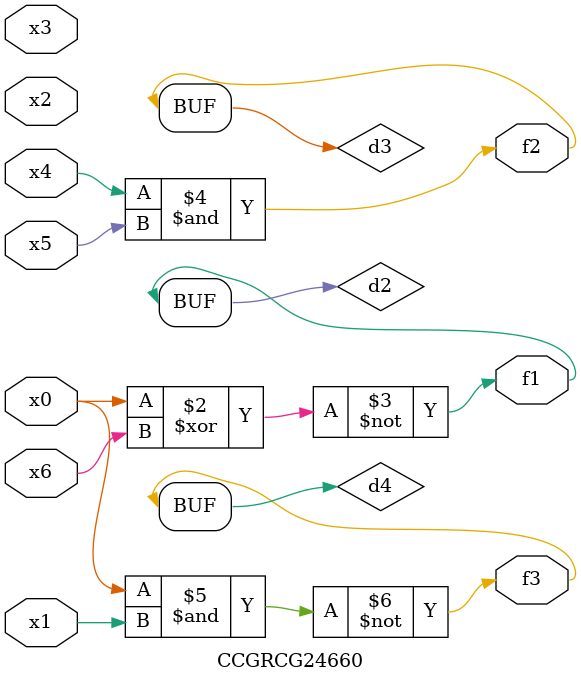
<source format=v>
module CCGRCG24660(
	input x0, x1, x2, x3, x4, x5, x6,
	output f1, f2, f3
);

	wire d1, d2, d3, d4;

	nor (d1, x0);
	xnor (d2, x0, x6);
	and (d3, x4, x5);
	nand (d4, x0, x1);
	assign f1 = d2;
	assign f2 = d3;
	assign f3 = d4;
endmodule

</source>
